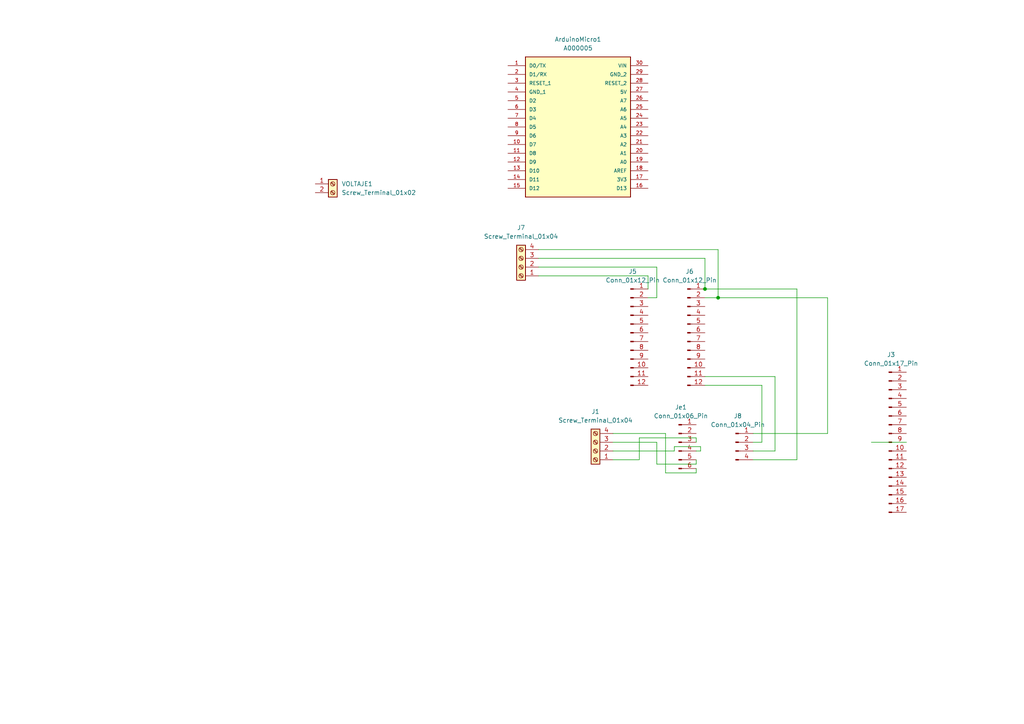
<source format=kicad_sch>
(kicad_sch (version 20231120) (generator "eeschema") (generator_version "8.0")
  (paper "A4")
  (lib_symbols
    (symbol "A000005:A000005" (pin_names (offset 1.016))
      (property "Reference" "U" (at -15.2534 21.1154 0))
      (property "Value" "A000005" (at -15.2429 -22.8688 0))
      (symbol "A000005_0_0"
        (rectangle (start -15.24 -20.32) (end 15.24 20.32) (stroke (width 0.254)) (fill (type background)))
        (pin bidirectional line (at -20.32 17.78 0) (length 5.08) (name "D0/TX") (number "1"))
        (pin bidirectional line (at -20.32 -5.08 0) (length 5.08) (name "D7") (number "10"))
        (pin bidirectional line (at -20.32 -7.62 0) (length 5.08) (name "D8") (number "11"))
        (pin bidirectional line (at -20.32 -10.16 0) (length 5.08) (name "D9") (number "12"))
        (pin bidirectional line (at -20.32 -12.7 0) (length 5.08) (name "D10") (number "13"))
        (pin bidirectional line (at -20.32 -15.24 0) (length 5.08) (name "D11") (number "14"))
        (pin bidirectional line (at -20.32 -17.78 0) (length 5.08) (name "D12") (number "15"))
        (pin bidirectional line (at 20.32 -17.78 180) (length 5.08) (name "D13") (number "16"))
        (pin power_in line (at 20.32 -15.24 180) (length 5.08) (name "3V3") (number "17"))
        (pin input line (at 20.32 -12.7 180) (length 5.08) (name "AREF") (number "18"))
        (pin input line (at 20.32 -10.16 180) (length 5.08) (name "A0") (number "19"))
        (pin bidirectional line (at -20.32 15.24 0) (length 5.08) (name "D1/RX") (number "2"))
        (pin input line (at 20.32 -7.62 180) (length 5.08) (name "A1") (number "20"))
        (pin input line (at 20.32 -5.08 180) (length 5.08) (name "A2") (number "21"))
        (pin input line (at 20.32 -2.54 180) (length 5.08) (name "A3") (number "22"))
        (pin input line (at 20.32 0 180) (length 5.08) (name "A4") (number "23"))
        (pin input line (at 20.32 2.54 180) (length 5.08) (name "A5") (number "24"))
        (pin input line (at 20.32 5.08 180) (length 5.08) (name "A6") (number "25"))
        (pin input line (at 20.32 7.62 180) (length 5.08) (name "A7") (number "26"))
        (pin power_in line (at 20.32 10.16 180) (length 5.08) (name "5V") (number "27"))
        (pin input line (at 20.32 12.7 180) (length 5.08) (name "RESET_2") (number "28"))
        (pin power_in line (at 20.32 15.24 180) (length 5.08) (name "GND_2") (number "29"))
        (pin input line (at -20.32 12.7 0) (length 5.08) (name "RESET_1") (number "3"))
        (pin power_in line (at 20.32 17.78 180) (length 5.08) (name "VIN") (number "30"))
        (pin power_in line (at -20.32 10.16 0) (length 5.08) (name "GND_1") (number "4"))
        (pin bidirectional line (at -20.32 7.62 0) (length 5.08) (name "D2") (number "5"))
        (pin bidirectional line (at -20.32 5.08 0) (length 5.08) (name "D3") (number "6"))
        (pin bidirectional line (at -20.32 2.54 0) (length 5.08) (name "D4") (number "7"))
        (pin bidirectional line (at -20.32 0 0) (length 5.08) (name "D5") (number "8"))
        (pin bidirectional line (at -20.32 -2.54 0) (length 5.08) (name "D6") (number "9"))
      )
    )
    (symbol "Connector:Conn_01x04_Pin" (pin_names (offset 1.016) hide)
      (property "Reference" "J" (at 0 5.08 0))
      (property "Value" "Conn_01x04_Pin" (at 0 -7.62 0))
      (symbol "Conn_01x04_Pin_1_1"
        (polyline (pts (xy 1.27 -5.08) (xy 0.8636 -5.08)) (stroke (width 0.1524)))
        (polyline (pts (xy 1.27 -2.54) (xy 0.8636 -2.54)) (stroke (width 0.1524)))
        (polyline (pts (xy 1.27 0) (xy 0.8636 0)) (stroke (width 0.1524)))
        (polyline (pts (xy 1.27 2.54) (xy 0.8636 2.54)) (stroke (width 0.1524)))
        (rectangle (start 0.8636 -4.953) (end 0 -5.207) (stroke (width 0.1524)) (fill (type outline)))
        (rectangle (start 0.8636 -2.413) (end 0 -2.667) (stroke (width 0.1524)) (fill (type outline)))
        (rectangle (start 0.8636 0.127) (end 0 -0.127) (stroke (width 0.1524)) (fill (type outline)))
        (rectangle (start 0.8636 2.667) (end 0 2.413) (stroke (width 0.1524)) (fill (type outline)))
        (pin passive line (at 5.08 2.54 180) (length 3.81) (name "Pin_1") (number "1"))
        (pin passive line (at 5.08 0 180) (length 3.81) (name "Pin_2") (number "2"))
        (pin passive line (at 5.08 -2.54 180) (length 3.81) (name "Pin_3") (number "3"))
        (pin passive line (at 5.08 -5.08 180) (length 3.81) (name "Pin_4") (number "4"))
      )
    )
    (symbol "Connector:Conn_01x06_Pin" (pin_names (offset 1.016) hide)
      (property "Reference" "J" (at 0 7.62 0))
      (property "Value" "Conn_01x06_Pin" (at 0 -10.16 0))
      (symbol "Conn_01x06_Pin_1_1"
        (polyline (pts (xy 1.27 -7.62) (xy 0.8636 -7.62)) (stroke (width 0.1524)))
        (polyline (pts (xy 1.27 -5.08) (xy 0.8636 -5.08)) (stroke (width 0.1524)))
        (polyline (pts (xy 1.27 -2.54) (xy 0.8636 -2.54)) (stroke (width 0.1524)))
        (polyline (pts (xy 1.27 0) (xy 0.8636 0)) (stroke (width 0.1524)))
        (polyline (pts (xy 1.27 2.54) (xy 0.8636 2.54)) (stroke (width 0.1524)))
        (polyline (pts (xy 1.27 5.08) (xy 0.8636 5.08)) (stroke (width 0.1524)))
        (rectangle (start 0.8636 -7.493) (end 0 -7.747) (stroke (width 0.1524)) (fill (type outline)))
        (rectangle (start 0.8636 -4.953) (end 0 -5.207) (stroke (width 0.1524)) (fill (type outline)))
        (rectangle (start 0.8636 -2.413) (end 0 -2.667) (stroke (width 0.1524)) (fill (type outline)))
        (rectangle (start 0.8636 0.127) (end 0 -0.127) (stroke (width 0.1524)) (fill (type outline)))
        (rectangle (start 0.8636 2.667) (end 0 2.413) (stroke (width 0.1524)) (fill (type outline)))
        (rectangle (start 0.8636 5.207) (end 0 4.953) (stroke (width 0.1524)) (fill (type outline)))
        (pin passive line (at 5.08 5.08 180) (length 3.81) (name "Pin_1") (number "1"))
        (pin passive line (at 5.08 2.54 180) (length 3.81) (name "Pin_2") (number "2"))
        (pin passive line (at 5.08 0 180) (length 3.81) (name "Pin_3") (number "3"))
        (pin passive line (at 5.08 -2.54 180) (length 3.81) (name "Pin_4") (number "4"))
        (pin passive line (at 5.08 -5.08 180) (length 3.81) (name "Pin_5") (number "5"))
        (pin passive line (at 5.08 -7.62 180) (length 3.81) (name "Pin_6") (number "6"))
      )
    )
    (symbol "Connector:Conn_01x12_Pin" (pin_names (offset 1.016) hide)
      (property "Reference" "J" (at 0 15.24 0))
      (property "Value" "Conn_01x12_Pin" (at 0 -17.78 0))
      (symbol "Conn_01x12_Pin_1_1"
        (polyline (pts (xy 1.27 -15.24) (xy 0.8636 -15.24)) (stroke (width 0.1524)))
        (polyline (pts (xy 1.27 -12.7) (xy 0.8636 -12.7)) (stroke (width 0.1524)))
        (polyline (pts (xy 1.27 -10.16) (xy 0.8636 -10.16)) (stroke (width 0.1524)))
        (polyline (pts (xy 1.27 -7.62) (xy 0.8636 -7.62)) (stroke (width 0.1524)))
        (polyline (pts (xy 1.27 -5.08) (xy 0.8636 -5.08)) (stroke (width 0.1524)))
        (polyline (pts (xy 1.27 -2.54) (xy 0.8636 -2.54)) (stroke (width 0.1524)))
        (polyline (pts (xy 1.27 0) (xy 0.8636 0)) (stroke (width 0.1524)))
        (polyline (pts (xy 1.27 2.54) (xy 0.8636 2.54)) (stroke (width 0.1524)))
        (polyline (pts (xy 1.27 5.08) (xy 0.8636 5.08)) (stroke (width 0.1524)))
        (polyline (pts (xy 1.27 7.62) (xy 0.8636 7.62)) (stroke (width 0.1524)))
        (polyline (pts (xy 1.27 10.16) (xy 0.8636 10.16)) (stroke (width 0.1524)))
        (polyline (pts (xy 1.27 12.7) (xy 0.8636 12.7)) (stroke (width 0.1524)))
        (rectangle (start 0.8636 -15.113) (end 0 -15.367) (stroke (width 0.1524)) (fill (type outline)))
        (rectangle (start 0.8636 -12.573) (end 0 -12.827) (stroke (width 0.1524)) (fill (type outline)))
        (rectangle (start 0.8636 -10.033) (end 0 -10.287) (stroke (width 0.1524)) (fill (type outline)))
        (rectangle (start 0.8636 -7.493) (end 0 -7.747) (stroke (width 0.1524)) (fill (type outline)))
        (rectangle (start 0.8636 -4.953) (end 0 -5.207) (stroke (width 0.1524)) (fill (type outline)))
        (rectangle (start 0.8636 -2.413) (end 0 -2.667) (stroke (width 0.1524)) (fill (type outline)))
        (rectangle (start 0.8636 0.127) (end 0 -0.127) (stroke (width 0.1524)) (fill (type outline)))
        (rectangle (start 0.8636 2.667) (end 0 2.413) (stroke (width 0.1524)) (fill (type outline)))
        (rectangle (start 0.8636 5.207) (end 0 4.953) (stroke (width 0.1524)) (fill (type outline)))
        (rectangle (start 0.8636 7.747) (end 0 7.493) (stroke (width 0.1524)) (fill (type outline)))
        (rectangle (start 0.8636 10.287) (end 0 10.033) (stroke (width 0.1524)) (fill (type outline)))
        (rectangle (start 0.8636 12.827) (end 0 12.573) (stroke (width 0.1524)) (fill (type outline)))
        (pin passive line (at 5.08 12.7 180) (length 3.81) (name "Pin_1") (number "1"))
        (pin passive line (at 5.08 -10.16 180) (length 3.81) (name "Pin_10") (number "10"))
        (pin passive line (at 5.08 -12.7 180) (length 3.81) (name "Pin_11") (number "11"))
        (pin passive line (at 5.08 -15.24 180) (length 3.81) (name "Pin_12") (number "12"))
        (pin passive line (at 5.08 10.16 180) (length 3.81) (name "Pin_2") (number "2"))
        (pin passive line (at 5.08 7.62 180) (length 3.81) (name "Pin_3") (number "3"))
        (pin passive line (at 5.08 5.08 180) (length 3.81) (name "Pin_4") (number "4"))
        (pin passive line (at 5.08 2.54 180) (length 3.81) (name "Pin_5") (number "5"))
        (pin passive line (at 5.08 0 180) (length 3.81) (name "Pin_6") (number "6"))
        (pin passive line (at 5.08 -2.54 180) (length 3.81) (name "Pin_7") (number "7"))
        (pin passive line (at 5.08 -5.08 180) (length 3.81) (name "Pin_8") (number "8"))
        (pin passive line (at 5.08 -7.62 180) (length 3.81) (name "Pin_9") (number "9"))
      )
    )
    (symbol "Connector:Conn_01x17_Pin" (pin_names (offset 1.016) hide)
      (property "Reference" "J" (at 0 22.86 0))
      (property "Value" "Conn_01x17_Pin" (at 0 -22.86 0))
      (symbol "Conn_01x17_Pin_1_1"
        (polyline (pts (xy 1.27 -20.32) (xy 0.8636 -20.32)) (stroke (width 0.1524)))
        (polyline (pts (xy 1.27 -17.78) (xy 0.8636 -17.78)) (stroke (width 0.1524)))
        (polyline (pts (xy 1.27 -15.24) (xy 0.8636 -15.24)) (stroke (width 0.1524)))
        (polyline (pts (xy 1.27 -12.7) (xy 0.8636 -12.7)) (stroke (width 0.1524)))
        (polyline (pts (xy 1.27 -10.16) (xy 0.8636 -10.16)) (stroke (width 0.1524)))
        (polyline (pts (xy 1.27 -7.62) (xy 0.8636 -7.62)) (stroke (width 0.1524)))
        (polyline (pts (xy 1.27 -5.08) (xy 0.8636 -5.08)) (stroke (width 0.1524)))
        (polyline (pts (xy 1.27 -2.54) (xy 0.8636 -2.54)) (stroke (width 0.1524)))
        (polyline (pts (xy 1.27 0) (xy 0.8636 0)) (stroke (width 0.1524)))
        (polyline (pts (xy 1.27 2.54) (xy 0.8636 2.54)) (stroke (width 0.1524)))
        (polyline (pts (xy 1.27 5.08) (xy 0.8636 5.08)) (stroke (width 0.1524)))
        (polyline (pts (xy 1.27 7.62) (xy 0.8636 7.62)) (stroke (width 0.1524)))
        (polyline (pts (xy 1.27 10.16) (xy 0.8636 10.16)) (stroke (width 0.1524)))
        (polyline (pts (xy 1.27 12.7) (xy 0.8636 12.7)) (stroke (width 0.1524)))
        (polyline (pts (xy 1.27 15.24) (xy 0.8636 15.24)) (stroke (width 0.1524)))
        (polyline (pts (xy 1.27 17.78) (xy 0.8636 17.78)) (stroke (width 0.1524)))
        (polyline (pts (xy 1.27 20.32) (xy 0.8636 20.32)) (stroke (width 0.1524)))
        (rectangle (start 0.8636 -20.193) (end 0 -20.447) (stroke (width 0.1524)) (fill (type outline)))
        (rectangle (start 0.8636 -17.653) (end 0 -17.907) (stroke (width 0.1524)) (fill (type outline)))
        (rectangle (start 0.8636 -15.113) (end 0 -15.367) (stroke (width 0.1524)) (fill (type outline)))
        (rectangle (start 0.8636 -12.573) (end 0 -12.827) (stroke (width 0.1524)) (fill (type outline)))
        (rectangle (start 0.8636 -10.033) (end 0 -10.287) (stroke (width 0.1524)) (fill (type outline)))
        (rectangle (start 0.8636 -7.493) (end 0 -7.747) (stroke (width 0.1524)) (fill (type outline)))
        (rectangle (start 0.8636 -4.953) (end 0 -5.207) (stroke (width 0.1524)) (fill (type outline)))
        (rectangle (start 0.8636 -2.413) (end 0 -2.667) (stroke (width 0.1524)) (fill (type outline)))
        (rectangle (start 0.8636 0.127) (end 0 -0.127) (stroke (width 0.1524)) (fill (type outline)))
        (rectangle (start 0.8636 2.667) (end 0 2.413) (stroke (width 0.1524)) (fill (type outline)))
        (rectangle (start 0.8636 5.207) (end 0 4.953) (stroke (width 0.1524)) (fill (type outline)))
        (rectangle (start 0.8636 7.747) (end 0 7.493) (stroke (width 0.1524)) (fill (type outline)))
        (rectangle (start 0.8636 10.287) (end 0 10.033) (stroke (width 0.1524)) (fill (type outline)))
        (rectangle (start 0.8636 12.827) (end 0 12.573) (stroke (width 0.1524)) (fill (type outline)))
        (rectangle (start 0.8636 15.367) (end 0 15.113) (stroke (width 0.1524)) (fill (type outline)))
        (rectangle (start 0.8636 17.907) (end 0 17.653) (stroke (width 0.1524)) (fill (type outline)))
        (rectangle (start 0.8636 20.447) (end 0 20.193) (stroke (width 0.1524)) (fill (type outline)))
        (pin passive line (at 5.08 20.32 180) (length 3.81) (name "Pin_1") (number "1"))
        (pin passive line (at 5.08 -2.54 180) (length 3.81) (name "Pin_10") (number "10"))
        (pin passive line (at 5.08 -5.08 180) (length 3.81) (name "Pin_11") (number "11"))
        (pin passive line (at 5.08 -7.62 180) (length 3.81) (name "Pin_12") (number "12"))
        (pin passive line (at 5.08 -10.16 180) (length 3.81) (name "Pin_13") (number "13"))
        (pin passive line (at 5.08 -12.7 180) (length 3.81) (name "Pin_14") (number "14"))
        (pin passive line (at 5.08 -15.24 180) (length 3.81) (name "Pin_15") (number "15"))
        (pin passive line (at 5.08 -17.78 180) (length 3.81) (name "Pin_16") (number "16"))
        (pin passive line (at 5.08 -20.32 180) (length 3.81) (name "Pin_17") (number "17"))
        (pin passive line (at 5.08 17.78 180) (length 3.81) (name "Pin_2") (number "2"))
        (pin passive line (at 5.08 15.24 180) (length 3.81) (name "Pin_3") (number "3"))
        (pin passive line (at 5.08 12.7 180) (length 3.81) (name "Pin_4") (number "4"))
        (pin passive line (at 5.08 10.16 180) (length 3.81) (name "Pin_5") (number "5"))
        (pin passive line (at 5.08 7.62 180) (length 3.81) (name "Pin_6") (number "6"))
        (pin passive line (at 5.08 5.08 180) (length 3.81) (name "Pin_7") (number "7"))
        (pin passive line (at 5.08 2.54 180) (length 3.81) (name "Pin_8") (number "8"))
        (pin passive line (at 5.08 0 180) (length 3.81) (name "Pin_9") (number "9"))
      )
    )
    (symbol "Connector:Screw_Terminal_01x02" (pin_names (offset 1.016) hide)
      (property "Reference" "J" (at 0 2.54 0))
      (property "Value" "Screw_Terminal_01x02" (at 0 -5.08 0))
      (symbol "Screw_Terminal_01x02_1_1"
        (rectangle (start -1.27 1.27) (end 1.27 -3.81) (stroke (width 0.254)) (fill (type background)))
        (circle (center 0 -2.54) (radius 0.635) (stroke (width 0.1524)))
        (polyline (pts (xy -0.5334 -2.2098) (xy 0.3302 -3.048)) (stroke (width 0.1524)))
        (polyline (pts (xy -0.5334 0.3302) (xy 0.3302 -0.508)) (stroke (width 0.1524)))
        (polyline (pts (xy -0.3556 -2.032) (xy 0.508 -2.8702)) (stroke (width 0.1524)))
        (polyline (pts (xy -0.3556 0.508) (xy 0.508 -0.3302)) (stroke (width 0.1524)))
        (circle (center 0 0) (radius 0.635) (stroke (width 0.1524)))
        (pin passive line (at -5.08 0 0) (length 3.81) (name "Pin_1") (number "1"))
        (pin passive line (at -5.08 -2.54 0) (length 3.81) (name "Pin_2") (number "2"))
      )
    )
    (symbol "Connector:Screw_Terminal_01x04" (pin_names (offset 1.016) hide)
      (property "Reference" "J" (at 0 5.08 0))
      (property "Value" "Screw_Terminal_01x04" (at 0 -7.62 0))
      (symbol "Screw_Terminal_01x04_1_1"
        (rectangle (start -1.27 3.81) (end 1.27 -6.35) (stroke (width 0.254)) (fill (type background)))
        (circle (center 0 -5.08) (radius 0.635) (stroke (width 0.1524)))
        (circle (center 0 -2.54) (radius 0.635) (stroke (width 0.1524)))
        (polyline (pts (xy -0.5334 -4.7498) (xy 0.3302 -5.588)) (stroke (width 0.1524)))
        (polyline (pts (xy -0.5334 -2.2098) (xy 0.3302 -3.048)) (stroke (width 0.1524)))
        (polyline (pts (xy -0.5334 0.3302) (xy 0.3302 -0.508)) (stroke (width 0.1524)))
        (polyline (pts (xy -0.5334 2.8702) (xy 0.3302 2.032)) (stroke (width 0.1524)))
        (polyline (pts (xy -0.3556 -4.572) (xy 0.508 -5.4102)) (stroke (width 0.1524)))
        (polyline (pts (xy -0.3556 -2.032) (xy 0.508 -2.8702)) (stroke (width 0.1524)))
        (polyline (pts (xy -0.3556 0.508) (xy 0.508 -0.3302)) (stroke (width 0.1524)))
        (polyline (pts (xy -0.3556 3.048) (xy 0.508 2.2098)) (stroke (width 0.1524)))
        (circle (center 0 0) (radius 0.635) (stroke (width 0.1524)))
        (circle (center 0 2.54) (radius 0.635) (stroke (width 0.1524)))
        (pin passive line (at -5.08 2.54 0) (length 3.81) (name "Pin_1") (number "1"))
        (pin passive line (at -5.08 0 0) (length 3.81) (name "Pin_2") (number "2"))
        (pin passive line (at -5.08 -2.54 0) (length 3.81) (name "Pin_3") (number "3"))
        (pin passive line (at -5.08 -5.08 0) (length 3.81) (name "Pin_4") (number "4"))
      )
    )
  )
  (junction (at 204.47 83.82))
  (junction (at 208.28 86.36))
  (wire (pts (xy 201.93 133.35) (xy 201.93 134.62)))
  (wire (pts (xy 156.21 80.01) (xy 187.96 80.01)))
  (wire (pts (xy 156.21 74.93) (xy 204.47 74.93)))
  (wire (pts (xy 224.79 130.81) (xy 224.79 109.22)))
  (wire (pts (xy 190.5 134.62) (xy 201.93 134.62)))
  (wire (pts (xy 195.58 130.81) (xy 195.58 129.54)))
  (wire (pts (xy 231.14 133.35) (xy 231.14 83.82)))
  (wire (pts (xy 190.5 128.27) (xy 190.5 134.62)))
  (wire (pts (xy 201.93 135.89) (xy 201.93 137.16)))
  (wire (pts (xy 220.98 111.76) (xy 204.47 111.76)))
  (wire (pts (xy 201.93 127) (xy 201.93 128.27)))
  (wire (pts (xy 240.03 125.73) (xy 240.03 86.36)))
  (wire (pts (xy 193.04 125.73) (xy 193.04 137.16)))
  (wire (pts (xy 218.44 128.27) (xy 220.98 128.27)))
  (wire (pts (xy 156.21 72.39) (xy 208.28 72.39)))
  (wire (pts (xy 218.44 125.73) (xy 240.03 125.73)))
  (wire (pts (xy 204.47 74.93) (xy 204.47 83.82)))
  (wire (pts (xy 187.96 80.01) (xy 187.96 83.82)))
  (wire (pts (xy 190.5 77.47) (xy 190.5 86.36)))
  (wire (pts (xy 185.42 127) (xy 185.42 133.35)))
  (wire (pts (xy 231.14 83.82) (xy 204.47 83.82)))
  (wire (pts (xy 218.44 130.81) (xy 224.79 130.81)))
  (wire (pts (xy 195.58 129.54) (xy 203.2 129.54)))
  (wire (pts (xy 240.03 86.36) (xy 208.28 86.36)))
  (wire (pts (xy 177.8 128.27) (xy 190.5 128.27)))
  (wire (pts (xy 203.2 129.54) (xy 203.2 130.81)))
  (wire (pts (xy 218.44 133.35) (xy 231.14 133.35)))
  (wire (pts (xy 185.42 127) (xy 201.93 127)))
  (wire (pts (xy 204.47 109.22) (xy 224.79 109.22)))
  (wire (pts (xy 190.5 86.36) (xy 187.96 86.36)))
  (wire (pts (xy 208.28 86.36) (xy 204.47 86.36)))
  (wire (pts (xy 177.8 130.81) (xy 195.58 130.81)))
  (wire (pts (xy 193.04 137.16) (xy 201.93 137.16)))
  (wire (pts (xy 252.73 128.27) (xy 262.89 128.27)))
  (wire (pts (xy 177.8 133.35) (xy 185.42 133.35)))
  (wire (pts (xy 156.21 77.47) (xy 190.5 77.47)))
  (wire (pts (xy 201.93 130.81) (xy 203.2 130.81)))
  (wire (pts (xy 220.98 128.27) (xy 220.98 111.76)))
  (wire (pts (xy 177.8 125.73) (xy 193.04 125.73)))
  (wire (pts (xy 208.28 72.39) (xy 208.28 86.36)))
  (symbol (lib_id "Connector:Conn_01x12_Pin") (at 182.88 96.52 0) (unit 1)
    (property "Reference" "J5" (at 183.515 78.74 0))
    (property "Value" "Conn_01x12_Pin" (at 183.515 81.28 0))
    (property "Footprint" "Connector_PinSocket_2.54mm:PinSocket_1x12_P2.54mm_Vertical" (effects (hide yes)))
    (property "Description" "Generic connector, single row, 01x12, script generated" (effects (hide yes)))
  )
  (symbol (lib_id "Connector:Conn_01x12_Pin") (at 199.39 96.52 0) (unit 1)
    (property "Reference" "J6" (at 200.025 78.74 0))
    (property "Value" "Conn_01x12_Pin" (at 200.025 81.28 0))
    (property "Footprint" "Connector_PinSocket_2.54mm:PinSocket_1x12_P2.54mm_Vertical" (effects (hide yes)))
    (property "Description" "Generic connector, single row, 01x12, script generated" (effects (hide yes)))
  )
  (symbol (lib_id "Connector:Screw_Terminal_01x04") (at 172.72 130.81 180) (unit 1)
    (property "Reference" "J1" (at 172.72 119.38 0))
    (property "Value" "Screw_Terminal_01x04" (at 172.72 121.92 0))
    (property "Footprint" "TerminalBlock:TerminalBlock_Altech_AK300-4_P5.00mm" (effects (hide yes)))
    (property "Description" "Generic screw terminal, single row, 01x04, script generated (kicad-library-utils/schlib/autogen/connector/)" (effects (hide yes)))
  )
  (symbol (lib_id "A000005:A000005") (at 167.64 36.83 0) (unit 1)
    (property "Reference" "ArduinoMicro1" (at 167.64 11.43 0))
    (property "Value" "A000005" (at 167.64 13.97 0))
    (property "Footprint" "A000005:MODULE_A000005" (effects (hide yes)))
    (property "MF" "Arduino" (effects (hide yes)))
    (property "MAXIMUM_PACKAGE_HEIGHT" "N/A" (effects (hide yes)))
    (property "Package" "Non-Standard Arduino" (effects (hide yes)))
    (property "Price" "None" (effects (hide yes)))
    (property "Check_prices" "https://www.snapeda.com/parts/A000005/Arduino/view-part/?ref=eda" (effects (hide yes)))
    (property "STANDARD" "Manufacturer Recommendations" (effects (hide yes)))
    (property "PARTREV" "23/03/2020" (effects (hide yes)))
    (property "SnapEDA_Link" "https://www.snapeda.com/parts/A000005/Arduino/view-part/?ref=snap" (effects (hide yes)))
    (property "MP" "A000005" (effects (hide yes)))
    (property "Description_1" "\n                        \n                            Arduino Nano Microcontroller Board, ATmega328 | Arduino A000005\n                        \n" (effects (hide yes)))
    (property "Availability" "In Stock" (effects (hide yes)))
    (property "MANUFACTURER" "Arduino" (effects (hide yes)))
  )
  (symbol (lib_id "Connector:Conn_01x17_Pin") (at 257.81 128.27 0) (unit 1)
    (property "Reference" "J3" (at 258.445 102.87 0))
    (property "Value" "Conn_01x17_Pin" (at 258.445 105.41 0))
    (property "Footprint" "Connector_PinSocket_2.54mm:PinSocket_1x17_P2.54mm_Vertical" (effects (hide yes)))
    (property "Description" "Generic connector, single row, 01x17, script generated" (effects (hide yes)))
  )
  (symbol (lib_id "Connector:Screw_Terminal_01x04") (at 151.13 77.47 180) (unit 1)
    (property "Reference" "J7" (at 151.13 66.04 0))
    (property "Value" "Screw_Terminal_01x04" (at 151.13 68.58 0))
    (property "Footprint" "TerminalBlock:TerminalBlock_Altech_AK300-4_P5.00mm" (effects (hide yes)))
    (property "Description" "Generic screw terminal, single row, 01x04, script generated (kicad-library-utils/schlib/autogen/connector/)" (effects (hide yes)))
  )
  (symbol (lib_id "Connector:Conn_01x04_Pin") (at 213.36 128.27 0) (unit 1)
    (property "Reference" "J8" (at 213.995 120.65 0))
    (property "Value" "Conn_01x04_Pin" (at 213.995 123.19 0))
    (property "Footprint" "Connector_PinSocket_2.54mm:PinSocket_1x04_P2.54mm_Vertical" (effects (hide yes)))
    (property "Description" "Generic connector, single row, 01x04, script generated" (effects (hide yes)))
  )
  (symbol (lib_id "Connector:Conn_01x06_Pin") (at 196.85 128.27 0) (unit 1)
    (property "Reference" "Je1" (at 197.485 118.11 0))
    (property "Value" "Conn_01x06_Pin" (at 197.485 120.65 0))
    (property "Footprint" "Connector_PinSocket_2.54mm:PinSocket_1x06_P2.54mm_Vertical" (effects (hide yes)))
    (property "Description" "Generic connector, single row, 01x06, script generated" (effects (hide yes)))
  )
  (symbol (lib_id "Connector:Screw_Terminal_01x02") (at 96.52 53.34 0) (unit 1)
    (property "Reference" "VOLTAJE1" (at 99.06 53.3399 0) (effects (justify left)))
    (property "Value" "Screw_Terminal_01x02" (at 99.06 55.8799 0) (effects (justify left)))
    (property "Footprint" "TerminalBlock:TerminalBlock_Altech_AK300-2_P5.00mm" (effects (hide yes)))
    (property "Description" "Generic screw terminal, single row, 01x02, script generated (kicad-library-utils/schlib/autogen/connector/)" (effects (hide yes)))
  )
)
</source>
